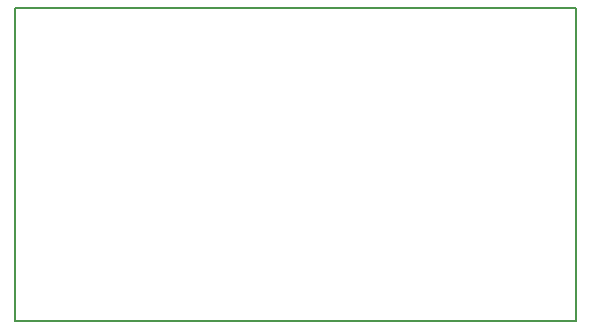
<source format=gbr>
G04 #@! TF.FileFunction,Profile,NP*
%FSLAX46Y46*%
G04 Gerber Fmt 4.6, Leading zero omitted, Abs format (unit mm)*
G04 Created by KiCad (PCBNEW 4.0.7) date 03/31/21 18:46:28*
%MOMM*%
%LPD*%
G01*
G04 APERTURE LIST*
%ADD10C,0.100000*%
%ADD11C,0.150000*%
G04 APERTURE END LIST*
D10*
D11*
X50500000Y-83500000D02*
X50500000Y-57000000D01*
X98000000Y-83500000D02*
X50500000Y-83500000D01*
X98000000Y-57000000D02*
X98000000Y-83500000D01*
X50500000Y-57000000D02*
X98000000Y-57000000D01*
M02*

</source>
